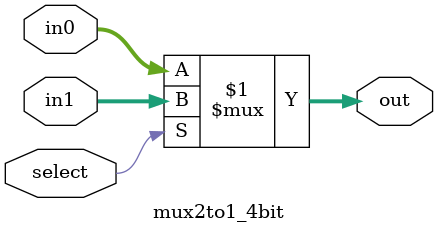
<source format=v>
module mux2to1_4bit(out, in0, in1, select);
  output [3:0] out;
  input [3:0] in0;
  input [3:0] in1;
  input select;

  assign out = select ? in1 : in0;


endmodule


</source>
